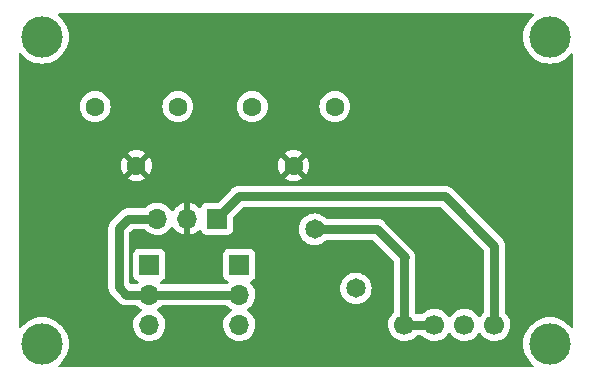
<source format=gbr>
%TF.GenerationSoftware,KiCad,Pcbnew,(6.0.8-1)-1*%
%TF.CreationDate,2024-02-23T21:50:08-06:00*%
%TF.ProjectId,Addressable LED Interface,41646472-6573-4736-9162-6c65204c4544,rev?*%
%TF.SameCoordinates,Original*%
%TF.FileFunction,Copper,L1,Top*%
%TF.FilePolarity,Positive*%
%FSLAX46Y46*%
G04 Gerber Fmt 4.6, Leading zero omitted, Abs format (unit mm)*
G04 Created by KiCad (PCBNEW (6.0.8-1)-1) date 2024-02-23 21:50:08*
%MOMM*%
%LPD*%
G01*
G04 APERTURE LIST*
%TA.AperFunction,ComponentPad*%
%ADD10R,1.700000X1.700000*%
%TD*%
%TA.AperFunction,ComponentPad*%
%ADD11O,1.700000X1.700000*%
%TD*%
%TA.AperFunction,ComponentPad*%
%ADD12C,1.600000*%
%TD*%
%TA.AperFunction,ComponentPad*%
%ADD13C,3.500000*%
%TD*%
%TA.AperFunction,ComponentPad*%
%ADD14C,1.700000*%
%TD*%
%TA.AperFunction,ComponentPad*%
%ADD15C,1.650000*%
%TD*%
%TA.AperFunction,Conductor*%
%ADD16C,0.250000*%
%TD*%
%TA.AperFunction,Conductor*%
%ADD17C,0.750000*%
%TD*%
G04 APERTURE END LIST*
D10*
%TO.P,J2,1,Pin_1*%
%TO.N,/CH2*%
X139700000Y-114300000D03*
D11*
%TO.P,J2,2,Pin_2*%
%TO.N,+6V*%
X139700000Y-116840000D03*
%TO.P,J2,3,Pin_3*%
%TO.N,GND*%
X139700000Y-119380000D03*
%TD*%
D12*
%TO.P,J5,1,1*%
%TO.N,/CH1*%
X134496000Y-100900000D03*
%TO.P,J5,2,2*%
%TO.N,VDD*%
X130996000Y-105900000D03*
%TO.P,J5,3,3*%
%TO.N,GND*%
X127496000Y-100900000D03*
%TD*%
D13*
%TO.P,H1,1,1*%
%TO.N,unconnected-(H1-Pad1)*%
X123000000Y-95000000D03*
%TD*%
D12*
%TO.P,J6,1,1*%
%TO.N,/CH2*%
X147796000Y-100900000D03*
%TO.P,J6,2,2*%
%TO.N,VDD*%
X144296000Y-105900000D03*
%TO.P,J6,3,3*%
%TO.N,GND*%
X140796000Y-100900000D03*
%TD*%
D13*
%TO.P,H3,1,1*%
%TO.N,unconnected-(H3-Pad1)*%
X166000000Y-121000000D03*
%TD*%
%TO.P,H4,1,1*%
%TO.N,unconnected-(H4-Pad1)*%
X166000000Y-95000000D03*
%TD*%
%TO.P,H2,1,1*%
%TO.N,unconnected-(H2-Pad1)*%
X123000000Y-121000000D03*
%TD*%
D14*
%TO.P,U1,1,EN*%
%TO.N,+BATT*%
X153670000Y-119380000D03*
%TO.P,U1,2,VIN*%
X156210000Y-119380000D03*
%TO.P,U1,3,GND*%
%TO.N,GND*%
X158750000Y-119380000D03*
%TO.P,U1,4,VOUT*%
%TO.N,+5V*%
X161290000Y-119380000D03*
%TD*%
D10*
%TO.P,J1,1,Pin_1*%
%TO.N,/CH1*%
X132080000Y-114300000D03*
D11*
%TO.P,J1,2,Pin_2*%
%TO.N,+6V*%
X132080000Y-116840000D03*
%TO.P,J1,3,Pin_3*%
%TO.N,GND*%
X132080000Y-119380000D03*
%TD*%
D15*
%TO.P,J3,1,1*%
%TO.N,+BATT*%
X146068000Y-111290000D03*
%TO.P,J3,2,2*%
%TO.N,GND*%
X149568000Y-116290000D03*
%TD*%
D10*
%TO.P,J4,1,Pin_1*%
%TO.N,+5V*%
X137825000Y-110400000D03*
D11*
%TO.P,J4,2,Pin_2*%
%TO.N,VDD*%
X135285000Y-110400000D03*
%TO.P,J4,3,Pin_3*%
%TO.N,+6V*%
X132745000Y-110400000D03*
%TD*%
D16*
%TO.N,+BATT*%
X153700000Y-113600000D02*
X153670000Y-113630000D01*
D17*
X151390000Y-111290000D02*
X153700000Y-113600000D01*
X153670000Y-119380000D02*
X156210000Y-119380000D01*
X146068000Y-111290000D02*
X151390000Y-111290000D01*
X153670000Y-113630000D02*
X153670000Y-119380000D01*
%TO.N,+5V*%
X161290000Y-112710000D02*
X161290000Y-119380000D01*
X157100000Y-108500000D02*
X161300000Y-112700000D01*
X137825000Y-110375000D02*
X139700000Y-108500000D01*
X137825000Y-110400000D02*
X137825000Y-110375000D01*
X139700000Y-108500000D02*
X157100000Y-108500000D01*
X161300000Y-112700000D02*
X161290000Y-112710000D01*
%TO.N,+6V*%
X139700000Y-116840000D02*
X132080000Y-116840000D01*
X132080000Y-116840000D02*
X130140000Y-116840000D01*
X130300000Y-110400000D02*
X132745000Y-110400000D01*
X130140000Y-116840000D02*
X129500000Y-116200000D01*
X129500000Y-111200000D02*
X130300000Y-110400000D01*
X129500000Y-116200000D02*
X129500000Y-111200000D01*
%TD*%
%TA.AperFunction,Conductor*%
%TO.N,VDD*%
G36*
X164578852Y-93028502D02*
G01*
X164625345Y-93082158D01*
X164635449Y-93152432D01*
X164605955Y-93217012D01*
X164593809Y-93229232D01*
X164399573Y-93399573D01*
X164396864Y-93402662D01*
X164207085Y-93619062D01*
X164207081Y-93619068D01*
X164204367Y-93622162D01*
X164202078Y-93625588D01*
X164202074Y-93625593D01*
X164079256Y-93809405D01*
X164039885Y-93868327D01*
X163908941Y-94133855D01*
X163813776Y-94414203D01*
X163756017Y-94704574D01*
X163736654Y-95000000D01*
X163756017Y-95295426D01*
X163813776Y-95585797D01*
X163908941Y-95866145D01*
X164039885Y-96131673D01*
X164042179Y-96135106D01*
X164195489Y-96364551D01*
X164204367Y-96377838D01*
X164207081Y-96380932D01*
X164207085Y-96380938D01*
X164396864Y-96597338D01*
X164399573Y-96600427D01*
X164402662Y-96603136D01*
X164619062Y-96792915D01*
X164619068Y-96792919D01*
X164622162Y-96795633D01*
X164625588Y-96797922D01*
X164625593Y-96797926D01*
X164809405Y-96920744D01*
X164868327Y-96960115D01*
X164872026Y-96961939D01*
X164872031Y-96961942D01*
X165008313Y-97029148D01*
X165133855Y-97091059D01*
X165137760Y-97092384D01*
X165137761Y-97092385D01*
X165410290Y-97184896D01*
X165410294Y-97184897D01*
X165414203Y-97186224D01*
X165418247Y-97187028D01*
X165418253Y-97187030D01*
X165700535Y-97243180D01*
X165700541Y-97243181D01*
X165704574Y-97243983D01*
X165708679Y-97244252D01*
X165708686Y-97244253D01*
X165995881Y-97263076D01*
X166000000Y-97263346D01*
X166004119Y-97263076D01*
X166291314Y-97244253D01*
X166291321Y-97244252D01*
X166295426Y-97243983D01*
X166299459Y-97243181D01*
X166299465Y-97243180D01*
X166581747Y-97187030D01*
X166581753Y-97187028D01*
X166585797Y-97186224D01*
X166589706Y-97184897D01*
X166589710Y-97184896D01*
X166862239Y-97092385D01*
X166862240Y-97092384D01*
X166866145Y-97091059D01*
X166991687Y-97029148D01*
X167127969Y-96961942D01*
X167127974Y-96961939D01*
X167131673Y-96960115D01*
X167190595Y-96920744D01*
X167374407Y-96797926D01*
X167374412Y-96797922D01*
X167377838Y-96795633D01*
X167380932Y-96792919D01*
X167380938Y-96792915D01*
X167597338Y-96603136D01*
X167600427Y-96600427D01*
X167770768Y-96406191D01*
X167830722Y-96368164D01*
X167901717Y-96368586D01*
X167961214Y-96407325D01*
X167990322Y-96472080D01*
X167991500Y-96489269D01*
X167991500Y-119510731D01*
X167971498Y-119578852D01*
X167917842Y-119625345D01*
X167847568Y-119635449D01*
X167782988Y-119605955D01*
X167770768Y-119593809D01*
X167603136Y-119402662D01*
X167600427Y-119399573D01*
X167546011Y-119351851D01*
X167380938Y-119207085D01*
X167380932Y-119207081D01*
X167377838Y-119204367D01*
X167374412Y-119202078D01*
X167374407Y-119202074D01*
X167135106Y-119042179D01*
X167131673Y-119039885D01*
X167127974Y-119038061D01*
X167127969Y-119038058D01*
X166920922Y-118935954D01*
X166866145Y-118908941D01*
X166862239Y-118907615D01*
X166589710Y-118815104D01*
X166589706Y-118815103D01*
X166585797Y-118813776D01*
X166581753Y-118812972D01*
X166581747Y-118812970D01*
X166299465Y-118756820D01*
X166299459Y-118756819D01*
X166295426Y-118756017D01*
X166291321Y-118755748D01*
X166291314Y-118755747D01*
X166004119Y-118736924D01*
X166000000Y-118736654D01*
X165995881Y-118736924D01*
X165708686Y-118755747D01*
X165708679Y-118755748D01*
X165704574Y-118756017D01*
X165700541Y-118756819D01*
X165700535Y-118756820D01*
X165418253Y-118812970D01*
X165418247Y-118812972D01*
X165414203Y-118813776D01*
X165410294Y-118815103D01*
X165410290Y-118815104D01*
X165137761Y-118907615D01*
X165133855Y-118908941D01*
X165079078Y-118935954D01*
X164872031Y-119038058D01*
X164872026Y-119038061D01*
X164868327Y-119039885D01*
X164864894Y-119042179D01*
X164625593Y-119202074D01*
X164625588Y-119202078D01*
X164622162Y-119204367D01*
X164619068Y-119207081D01*
X164619062Y-119207085D01*
X164453989Y-119351851D01*
X164399573Y-119399573D01*
X164396864Y-119402662D01*
X164207085Y-119619062D01*
X164207081Y-119619068D01*
X164204367Y-119622162D01*
X164202078Y-119625588D01*
X164202074Y-119625593D01*
X164093799Y-119787639D01*
X164039885Y-119868327D01*
X163908941Y-120133855D01*
X163907616Y-120137760D01*
X163907615Y-120137761D01*
X163835559Y-120350033D01*
X163813776Y-120414203D01*
X163812972Y-120418247D01*
X163812970Y-120418253D01*
X163758904Y-120690062D01*
X163756017Y-120704574D01*
X163755748Y-120708679D01*
X163755747Y-120708686D01*
X163753580Y-120741753D01*
X163736654Y-121000000D01*
X163756017Y-121295426D01*
X163813776Y-121585797D01*
X163908941Y-121866145D01*
X164039885Y-122131673D01*
X164042179Y-122135106D01*
X164195489Y-122364551D01*
X164204367Y-122377838D01*
X164207081Y-122380932D01*
X164207085Y-122380938D01*
X164396864Y-122597338D01*
X164399573Y-122600427D01*
X164402662Y-122603136D01*
X164593809Y-122770768D01*
X164631836Y-122830722D01*
X164631414Y-122901717D01*
X164592675Y-122961214D01*
X164527920Y-122990322D01*
X164510731Y-122991500D01*
X124489269Y-122991500D01*
X124421148Y-122971498D01*
X124374655Y-122917842D01*
X124364551Y-122847568D01*
X124394045Y-122782988D01*
X124406191Y-122770768D01*
X124597338Y-122603136D01*
X124600427Y-122600427D01*
X124603136Y-122597338D01*
X124792915Y-122380938D01*
X124792919Y-122380932D01*
X124795633Y-122377838D01*
X124804512Y-122364551D01*
X124957821Y-122135106D01*
X124960115Y-122131673D01*
X125091059Y-121866145D01*
X125186224Y-121585797D01*
X125243983Y-121295426D01*
X125263346Y-121000000D01*
X125246420Y-120741753D01*
X125244253Y-120708686D01*
X125244252Y-120708679D01*
X125243983Y-120704574D01*
X125241097Y-120690062D01*
X125187030Y-120418253D01*
X125187028Y-120418247D01*
X125186224Y-120414203D01*
X125164442Y-120350033D01*
X125092385Y-120137761D01*
X125092384Y-120137760D01*
X125091059Y-120133855D01*
X124960115Y-119868327D01*
X124906201Y-119787639D01*
X124797926Y-119625593D01*
X124797922Y-119625588D01*
X124795633Y-119622162D01*
X124792919Y-119619068D01*
X124792915Y-119619062D01*
X124603136Y-119402662D01*
X124600427Y-119399573D01*
X124546011Y-119351851D01*
X124380938Y-119207085D01*
X124380932Y-119207081D01*
X124377838Y-119204367D01*
X124374412Y-119202078D01*
X124374407Y-119202074D01*
X124135106Y-119042179D01*
X124131673Y-119039885D01*
X124127974Y-119038061D01*
X124127969Y-119038058D01*
X123920922Y-118935954D01*
X123866145Y-118908941D01*
X123862239Y-118907615D01*
X123589710Y-118815104D01*
X123589706Y-118815103D01*
X123585797Y-118813776D01*
X123581753Y-118812972D01*
X123581747Y-118812970D01*
X123299465Y-118756820D01*
X123299459Y-118756819D01*
X123295426Y-118756017D01*
X123291321Y-118755748D01*
X123291314Y-118755747D01*
X123004119Y-118736924D01*
X123000000Y-118736654D01*
X122995881Y-118736924D01*
X122708686Y-118755747D01*
X122708679Y-118755748D01*
X122704574Y-118756017D01*
X122700541Y-118756819D01*
X122700535Y-118756820D01*
X122418253Y-118812970D01*
X122418247Y-118812972D01*
X122414203Y-118813776D01*
X122410294Y-118815103D01*
X122410290Y-118815104D01*
X122137761Y-118907615D01*
X122133855Y-118908941D01*
X122079078Y-118935954D01*
X121872031Y-119038058D01*
X121872026Y-119038061D01*
X121868327Y-119039885D01*
X121864894Y-119042179D01*
X121625593Y-119202074D01*
X121625588Y-119202078D01*
X121622162Y-119204367D01*
X121619068Y-119207081D01*
X121619062Y-119207085D01*
X121453989Y-119351851D01*
X121399573Y-119399573D01*
X121396864Y-119402662D01*
X121229232Y-119593809D01*
X121169278Y-119631836D01*
X121098283Y-119631414D01*
X121038786Y-119592675D01*
X121009678Y-119527920D01*
X121008500Y-119510731D01*
X121008500Y-116153507D01*
X128612850Y-116153507D01*
X128613195Y-116160094D01*
X128613195Y-116160098D01*
X128616327Y-116219850D01*
X128616500Y-116226445D01*
X128616500Y-116246306D01*
X128616844Y-116249577D01*
X128618576Y-116266059D01*
X128619093Y-116272628D01*
X128622570Y-116338971D01*
X128626042Y-116351929D01*
X128629645Y-116371372D01*
X128631046Y-116384702D01*
X128651578Y-116447894D01*
X128653444Y-116454196D01*
X128670638Y-116518363D01*
X128673634Y-116524242D01*
X128673637Y-116524251D01*
X128676728Y-116530317D01*
X128684292Y-116548579D01*
X128686392Y-116555043D01*
X128686395Y-116555051D01*
X128688436Y-116561331D01*
X128691738Y-116567050D01*
X128691740Y-116567055D01*
X128721654Y-116618867D01*
X128724787Y-116624637D01*
X128754953Y-116683839D01*
X128759109Y-116688971D01*
X128763391Y-116694259D01*
X128774589Y-116710552D01*
X128781296Y-116722169D01*
X128785713Y-116727075D01*
X128785717Y-116727080D01*
X128825747Y-116771538D01*
X128830031Y-116776554D01*
X128840441Y-116789409D01*
X128842528Y-116791986D01*
X128856573Y-116806031D01*
X128861114Y-116810816D01*
X128905566Y-116860185D01*
X128910911Y-116864068D01*
X128910913Y-116864070D01*
X128916418Y-116868069D01*
X128931455Y-116880912D01*
X129459085Y-117408542D01*
X129471926Y-117423577D01*
X129475927Y-117429084D01*
X129475932Y-117429090D01*
X129479815Y-117434434D01*
X129484725Y-117438855D01*
X129484726Y-117438856D01*
X129529194Y-117478895D01*
X129533979Y-117483436D01*
X129548015Y-117497472D01*
X129550579Y-117499548D01*
X129563447Y-117509969D01*
X129568462Y-117514253D01*
X129612920Y-117554283D01*
X129612925Y-117554287D01*
X129617831Y-117558704D01*
X129623547Y-117562004D01*
X129623548Y-117562005D01*
X129629449Y-117565412D01*
X129645737Y-117576607D01*
X129656161Y-117585048D01*
X129715366Y-117615214D01*
X129721119Y-117618337D01*
X129778669Y-117651564D01*
X129784953Y-117653606D01*
X129784958Y-117653608D01*
X129791421Y-117655708D01*
X129809683Y-117663272D01*
X129815749Y-117666363D01*
X129815758Y-117666366D01*
X129821637Y-117669362D01*
X129828015Y-117671071D01*
X129885804Y-117686556D01*
X129892106Y-117688422D01*
X129955298Y-117708954D01*
X129968205Y-117710311D01*
X129968628Y-117710355D01*
X129988071Y-117713958D01*
X130001029Y-117717430D01*
X130007619Y-117717775D01*
X130007623Y-117717776D01*
X130051573Y-117720079D01*
X130067372Y-117720907D01*
X130073931Y-117721423D01*
X130093694Y-117723500D01*
X130113555Y-117723500D01*
X130120150Y-117723673D01*
X130179902Y-117726805D01*
X130179906Y-117726805D01*
X130186493Y-117727150D01*
X130199747Y-117725051D01*
X130219456Y-117723500D01*
X130990357Y-117723500D01*
X131058478Y-117743502D01*
X131085589Y-117766998D01*
X131126250Y-117813938D01*
X131298126Y-117956632D01*
X131368595Y-117997811D01*
X131371445Y-117999476D01*
X131420169Y-118051114D01*
X131433240Y-118120897D01*
X131406509Y-118186669D01*
X131366055Y-118220027D01*
X131353607Y-118226507D01*
X131349474Y-118229610D01*
X131349471Y-118229612D01*
X131179100Y-118357530D01*
X131174965Y-118360635D01*
X131020629Y-118522138D01*
X130894743Y-118706680D01*
X130800688Y-118909305D01*
X130740989Y-119124570D01*
X130717251Y-119346695D01*
X130717548Y-119351848D01*
X130717548Y-119351851D01*
X130723011Y-119446590D01*
X130730110Y-119569715D01*
X130731247Y-119574761D01*
X130731248Y-119574767D01*
X130744110Y-119631836D01*
X130779222Y-119787639D01*
X130863266Y-119994616D01*
X130914019Y-120077438D01*
X130977291Y-120180688D01*
X130979987Y-120185088D01*
X131126250Y-120353938D01*
X131298126Y-120496632D01*
X131491000Y-120609338D01*
X131699692Y-120689030D01*
X131704760Y-120690061D01*
X131704763Y-120690062D01*
X131796304Y-120708686D01*
X131918597Y-120733567D01*
X131923772Y-120733757D01*
X131923774Y-120733757D01*
X132136673Y-120741564D01*
X132136677Y-120741564D01*
X132141837Y-120741753D01*
X132146957Y-120741097D01*
X132146959Y-120741097D01*
X132358288Y-120714025D01*
X132358289Y-120714025D01*
X132363416Y-120713368D01*
X132392728Y-120704574D01*
X132572429Y-120650661D01*
X132572434Y-120650659D01*
X132577384Y-120649174D01*
X132777994Y-120550896D01*
X132959860Y-120421173D01*
X132966855Y-120414203D01*
X133114435Y-120267137D01*
X133118096Y-120263489D01*
X133177594Y-120180689D01*
X133245435Y-120086277D01*
X133248453Y-120082077D01*
X133269320Y-120039857D01*
X133345136Y-119886453D01*
X133345137Y-119886451D01*
X133347430Y-119881811D01*
X133412370Y-119668069D01*
X133441529Y-119446590D01*
X133443156Y-119380000D01*
X133424852Y-119157361D01*
X133370431Y-118940702D01*
X133281354Y-118735840D01*
X133160014Y-118548277D01*
X133009670Y-118383051D01*
X133005619Y-118379852D01*
X133005615Y-118379848D01*
X132838414Y-118247800D01*
X132838410Y-118247798D01*
X132834359Y-118244598D01*
X132793053Y-118221796D01*
X132743084Y-118171364D01*
X132728312Y-118101921D01*
X132753428Y-118035516D01*
X132780780Y-118008909D01*
X132824603Y-117977650D01*
X132959860Y-117881173D01*
X133081208Y-117760249D01*
X133143579Y-117726333D01*
X133170147Y-117723500D01*
X138610357Y-117723500D01*
X138678478Y-117743502D01*
X138705589Y-117766998D01*
X138746250Y-117813938D01*
X138918126Y-117956632D01*
X138988595Y-117997811D01*
X138991445Y-117999476D01*
X139040169Y-118051114D01*
X139053240Y-118120897D01*
X139026509Y-118186669D01*
X138986055Y-118220027D01*
X138973607Y-118226507D01*
X138969474Y-118229610D01*
X138969471Y-118229612D01*
X138799100Y-118357530D01*
X138794965Y-118360635D01*
X138640629Y-118522138D01*
X138514743Y-118706680D01*
X138420688Y-118909305D01*
X138360989Y-119124570D01*
X138337251Y-119346695D01*
X138337548Y-119351848D01*
X138337548Y-119351851D01*
X138343011Y-119446590D01*
X138350110Y-119569715D01*
X138351247Y-119574761D01*
X138351248Y-119574767D01*
X138364110Y-119631836D01*
X138399222Y-119787639D01*
X138483266Y-119994616D01*
X138534019Y-120077438D01*
X138597291Y-120180688D01*
X138599987Y-120185088D01*
X138746250Y-120353938D01*
X138918126Y-120496632D01*
X139111000Y-120609338D01*
X139319692Y-120689030D01*
X139324760Y-120690061D01*
X139324763Y-120690062D01*
X139416304Y-120708686D01*
X139538597Y-120733567D01*
X139543772Y-120733757D01*
X139543774Y-120733757D01*
X139756673Y-120741564D01*
X139756677Y-120741564D01*
X139761837Y-120741753D01*
X139766957Y-120741097D01*
X139766959Y-120741097D01*
X139978288Y-120714025D01*
X139978289Y-120714025D01*
X139983416Y-120713368D01*
X140012728Y-120704574D01*
X140192429Y-120650661D01*
X140192434Y-120650659D01*
X140197384Y-120649174D01*
X140397994Y-120550896D01*
X140579860Y-120421173D01*
X140586855Y-120414203D01*
X140734435Y-120267137D01*
X140738096Y-120263489D01*
X140797594Y-120180689D01*
X140865435Y-120086277D01*
X140868453Y-120082077D01*
X140889320Y-120039857D01*
X140965136Y-119886453D01*
X140965137Y-119886451D01*
X140967430Y-119881811D01*
X141032370Y-119668069D01*
X141061529Y-119446590D01*
X141063156Y-119380000D01*
X141044852Y-119157361D01*
X140990431Y-118940702D01*
X140901354Y-118735840D01*
X140780014Y-118548277D01*
X140629670Y-118383051D01*
X140625619Y-118379852D01*
X140625615Y-118379848D01*
X140458414Y-118247800D01*
X140458410Y-118247798D01*
X140454359Y-118244598D01*
X140413053Y-118221796D01*
X140363084Y-118171364D01*
X140348312Y-118101921D01*
X140373428Y-118035516D01*
X140400780Y-118008909D01*
X140444603Y-117977650D01*
X140579860Y-117881173D01*
X140738096Y-117723489D01*
X140748541Y-117708954D01*
X140865435Y-117546277D01*
X140868453Y-117542077D01*
X140882205Y-117514253D01*
X140965136Y-117346453D01*
X140965137Y-117346451D01*
X140967430Y-117341811D01*
X141032370Y-117128069D01*
X141061529Y-116906590D01*
X141061611Y-116903240D01*
X141063074Y-116843365D01*
X141063074Y-116843361D01*
X141063156Y-116840000D01*
X141044852Y-116617361D01*
X140990431Y-116400702D01*
X140942296Y-116290000D01*
X148229406Y-116290000D01*
X148249742Y-116522444D01*
X148251166Y-116527757D01*
X148251166Y-116527759D01*
X148291412Y-116677957D01*
X148310133Y-116747826D01*
X148312455Y-116752806D01*
X148312456Y-116752808D01*
X148406418Y-116954310D01*
X148406421Y-116954315D01*
X148408744Y-116959297D01*
X148542578Y-117150432D01*
X148707568Y-117315422D01*
X148712076Y-117318579D01*
X148712079Y-117318581D01*
X148869894Y-117429084D01*
X148898703Y-117449256D01*
X148903685Y-117451579D01*
X148903690Y-117451582D01*
X149087809Y-117537438D01*
X149110174Y-117547867D01*
X149115482Y-117549289D01*
X149115484Y-117549290D01*
X149330241Y-117606834D01*
X149330243Y-117606834D01*
X149335556Y-117608258D01*
X149568000Y-117628594D01*
X149800444Y-117608258D01*
X149805757Y-117606834D01*
X149805759Y-117606834D01*
X150020516Y-117549290D01*
X150020518Y-117549289D01*
X150025826Y-117547867D01*
X150048191Y-117537438D01*
X150232310Y-117451582D01*
X150232315Y-117451579D01*
X150237297Y-117449256D01*
X150266106Y-117429084D01*
X150423921Y-117318581D01*
X150423924Y-117318579D01*
X150428432Y-117315422D01*
X150593422Y-117150432D01*
X150727256Y-116959297D01*
X150729579Y-116954315D01*
X150729582Y-116954310D01*
X150823544Y-116752808D01*
X150823545Y-116752806D01*
X150825867Y-116747826D01*
X150844589Y-116677957D01*
X150884834Y-116527759D01*
X150884834Y-116527757D01*
X150886258Y-116522444D01*
X150906594Y-116290000D01*
X150886258Y-116057556D01*
X150853821Y-115936498D01*
X150827290Y-115837484D01*
X150827289Y-115837482D01*
X150825867Y-115832174D01*
X150769896Y-115712144D01*
X150729582Y-115625690D01*
X150729579Y-115625685D01*
X150727256Y-115620703D01*
X150715398Y-115603768D01*
X150596581Y-115434079D01*
X150596579Y-115434076D01*
X150593422Y-115429568D01*
X150428432Y-115264578D01*
X150423924Y-115261421D01*
X150423921Y-115261419D01*
X150241806Y-115133901D01*
X150241804Y-115133900D01*
X150237297Y-115130744D01*
X150232315Y-115128421D01*
X150232310Y-115128418D01*
X150030808Y-115034456D01*
X150030806Y-115034455D01*
X150025826Y-115032133D01*
X150020518Y-115030711D01*
X150020516Y-115030710D01*
X149805759Y-114973166D01*
X149805757Y-114973166D01*
X149800444Y-114971742D01*
X149568000Y-114951406D01*
X149335556Y-114971742D01*
X149330243Y-114973166D01*
X149330241Y-114973166D01*
X149115484Y-115030710D01*
X149115482Y-115030711D01*
X149110174Y-115032133D01*
X149105194Y-115034455D01*
X149105192Y-115034456D01*
X148903690Y-115128418D01*
X148903685Y-115128421D01*
X148898703Y-115130744D01*
X148894196Y-115133900D01*
X148894194Y-115133901D01*
X148712079Y-115261419D01*
X148712076Y-115261421D01*
X148707568Y-115264578D01*
X148542578Y-115429568D01*
X148539421Y-115434076D01*
X148539419Y-115434079D01*
X148420602Y-115603768D01*
X148408744Y-115620703D01*
X148406421Y-115625685D01*
X148406418Y-115625690D01*
X148366104Y-115712144D01*
X148310133Y-115832174D01*
X148308711Y-115837482D01*
X148308710Y-115837484D01*
X148282179Y-115936498D01*
X148249742Y-116057556D01*
X148229406Y-116290000D01*
X140942296Y-116290000D01*
X140901354Y-116195840D01*
X140780014Y-116008277D01*
X140729699Y-115952981D01*
X140632798Y-115846488D01*
X140601746Y-115782642D01*
X140610141Y-115712143D01*
X140655317Y-115657375D01*
X140681761Y-115643706D01*
X140788297Y-115603767D01*
X140796705Y-115600615D01*
X140913261Y-115513261D01*
X141000615Y-115396705D01*
X141051745Y-115260316D01*
X141058500Y-115198134D01*
X141058500Y-113401866D01*
X141051745Y-113339684D01*
X141000615Y-113203295D01*
X140913261Y-113086739D01*
X140796705Y-112999385D01*
X140660316Y-112948255D01*
X140598134Y-112941500D01*
X138801866Y-112941500D01*
X138739684Y-112948255D01*
X138603295Y-112999385D01*
X138486739Y-113086739D01*
X138399385Y-113203295D01*
X138348255Y-113339684D01*
X138341500Y-113401866D01*
X138341500Y-115198134D01*
X138348255Y-115260316D01*
X138399385Y-115396705D01*
X138486739Y-115513261D01*
X138603295Y-115600615D01*
X138611704Y-115603767D01*
X138611705Y-115603768D01*
X138720451Y-115644535D01*
X138777216Y-115687176D01*
X138801916Y-115753738D01*
X138786709Y-115823087D01*
X138767316Y-115849568D01*
X138702350Y-115917551D01*
X138640826Y-115952981D01*
X138611256Y-115956500D01*
X133168605Y-115956500D01*
X133100484Y-115936498D01*
X133075412Y-115915300D01*
X133053100Y-115890779D01*
X133012796Y-115846487D01*
X132981745Y-115782643D01*
X132990139Y-115712144D01*
X133035316Y-115657375D01*
X133061760Y-115643706D01*
X133168297Y-115603767D01*
X133176705Y-115600615D01*
X133293261Y-115513261D01*
X133380615Y-115396705D01*
X133431745Y-115260316D01*
X133438500Y-115198134D01*
X133438500Y-113401866D01*
X133431745Y-113339684D01*
X133380615Y-113203295D01*
X133293261Y-113086739D01*
X133176705Y-112999385D01*
X133040316Y-112948255D01*
X132978134Y-112941500D01*
X131181866Y-112941500D01*
X131119684Y-112948255D01*
X130983295Y-112999385D01*
X130866739Y-113086739D01*
X130779385Y-113203295D01*
X130728255Y-113339684D01*
X130721500Y-113401866D01*
X130721500Y-115198134D01*
X130728255Y-115260316D01*
X130779385Y-115396705D01*
X130866739Y-115513261D01*
X130983295Y-115600615D01*
X130991704Y-115603767D01*
X130991705Y-115603768D01*
X131100451Y-115644535D01*
X131157216Y-115687176D01*
X131181916Y-115753738D01*
X131166709Y-115823087D01*
X131147316Y-115849568D01*
X131082350Y-115917551D01*
X131020826Y-115952981D01*
X130991256Y-115956500D01*
X130558148Y-115956500D01*
X130490027Y-115936498D01*
X130469052Y-115919595D01*
X130420404Y-115870946D01*
X130386379Y-115808633D01*
X130383500Y-115781851D01*
X130383500Y-111618149D01*
X130403502Y-111550028D01*
X130420404Y-111529054D01*
X130629052Y-111320405D01*
X130691364Y-111286380D01*
X130718148Y-111283500D01*
X131655357Y-111283500D01*
X131723478Y-111303502D01*
X131750589Y-111326998D01*
X131791250Y-111373938D01*
X131963126Y-111516632D01*
X132156000Y-111629338D01*
X132364692Y-111709030D01*
X132369760Y-111710061D01*
X132369763Y-111710062D01*
X132464862Y-111729410D01*
X132583597Y-111753567D01*
X132588772Y-111753757D01*
X132588774Y-111753757D01*
X132801673Y-111761564D01*
X132801677Y-111761564D01*
X132806837Y-111761753D01*
X132811957Y-111761097D01*
X132811959Y-111761097D01*
X133023288Y-111734025D01*
X133023289Y-111734025D01*
X133028416Y-111733368D01*
X133033366Y-111731883D01*
X133237429Y-111670661D01*
X133237434Y-111670659D01*
X133242384Y-111669174D01*
X133442994Y-111570896D01*
X133624860Y-111441173D01*
X133783096Y-111283489D01*
X133800159Y-111259744D01*
X133913453Y-111102077D01*
X133914640Y-111102930D01*
X133961960Y-111059362D01*
X134031897Y-111047145D01*
X134097338Y-111074678D01*
X134125166Y-111106511D01*
X134182694Y-111200388D01*
X134188777Y-111208699D01*
X134328213Y-111369667D01*
X134335580Y-111376883D01*
X134499434Y-111512916D01*
X134507881Y-111518831D01*
X134691756Y-111626279D01*
X134701042Y-111630729D01*
X134900001Y-111706703D01*
X134909899Y-111709579D01*
X135013250Y-111730606D01*
X135027299Y-111729410D01*
X135031000Y-111719065D01*
X135031000Y-111718517D01*
X135539000Y-111718517D01*
X135543064Y-111732359D01*
X135556478Y-111734393D01*
X135563184Y-111733534D01*
X135573262Y-111731392D01*
X135777255Y-111670191D01*
X135786842Y-111666433D01*
X135978095Y-111572739D01*
X135986945Y-111567464D01*
X136160328Y-111443792D01*
X136168193Y-111437145D01*
X136272897Y-111332805D01*
X136335268Y-111298889D01*
X136406075Y-111304077D01*
X136462837Y-111346723D01*
X136479819Y-111377826D01*
X136524385Y-111496705D01*
X136611739Y-111613261D01*
X136728295Y-111700615D01*
X136864684Y-111751745D01*
X136926866Y-111758500D01*
X138723134Y-111758500D01*
X138785316Y-111751745D01*
X138921705Y-111700615D01*
X139038261Y-111613261D01*
X139125615Y-111496705D01*
X139176745Y-111360316D01*
X139183500Y-111298134D01*
X139183500Y-110318148D01*
X139203502Y-110250027D01*
X139220405Y-110229053D01*
X140029053Y-109420405D01*
X140091365Y-109386379D01*
X140118148Y-109383500D01*
X156681852Y-109383500D01*
X156749973Y-109403502D01*
X156770947Y-109420405D01*
X160369595Y-113019053D01*
X160403621Y-113081365D01*
X160406500Y-113108148D01*
X160406500Y-118287576D01*
X160386498Y-118355697D01*
X160371594Y-118374627D01*
X160230629Y-118522138D01*
X160123201Y-118679621D01*
X160068293Y-118724621D01*
X159997768Y-118732792D01*
X159934021Y-118701538D01*
X159913324Y-118677054D01*
X159832822Y-118552617D01*
X159832820Y-118552614D01*
X159830014Y-118548277D01*
X159679670Y-118383051D01*
X159675619Y-118379852D01*
X159675615Y-118379848D01*
X159508414Y-118247800D01*
X159508410Y-118247798D01*
X159504359Y-118244598D01*
X159308789Y-118136638D01*
X159303920Y-118134914D01*
X159303916Y-118134912D01*
X159103087Y-118063795D01*
X159103083Y-118063794D01*
X159098212Y-118062069D01*
X159093119Y-118061162D01*
X159093116Y-118061161D01*
X158883373Y-118023800D01*
X158883367Y-118023799D01*
X158878284Y-118022894D01*
X158804452Y-118021992D01*
X158660081Y-118020228D01*
X158660079Y-118020228D01*
X158654911Y-118020165D01*
X158434091Y-118053955D01*
X158221756Y-118123357D01*
X158023607Y-118226507D01*
X158019474Y-118229610D01*
X158019471Y-118229612D01*
X157849100Y-118357530D01*
X157844965Y-118360635D01*
X157690629Y-118522138D01*
X157583201Y-118679621D01*
X157528293Y-118724621D01*
X157457768Y-118732792D01*
X157394021Y-118701538D01*
X157373324Y-118677054D01*
X157292822Y-118552617D01*
X157292820Y-118552614D01*
X157290014Y-118548277D01*
X157139670Y-118383051D01*
X157135619Y-118379852D01*
X157135615Y-118379848D01*
X156968414Y-118247800D01*
X156968410Y-118247798D01*
X156964359Y-118244598D01*
X156768789Y-118136638D01*
X156763920Y-118134914D01*
X156763916Y-118134912D01*
X156563087Y-118063795D01*
X156563083Y-118063794D01*
X156558212Y-118062069D01*
X156553119Y-118061162D01*
X156553116Y-118061161D01*
X156343373Y-118023800D01*
X156343367Y-118023799D01*
X156338284Y-118022894D01*
X156264452Y-118021992D01*
X156120081Y-118020228D01*
X156120079Y-118020228D01*
X156114911Y-118020165D01*
X155894091Y-118053955D01*
X155681756Y-118123357D01*
X155483607Y-118226507D01*
X155479474Y-118229610D01*
X155479471Y-118229612D01*
X155309100Y-118357530D01*
X155304965Y-118360635D01*
X155279891Y-118386874D01*
X155212350Y-118457551D01*
X155150826Y-118492981D01*
X155121256Y-118496500D01*
X154758605Y-118496500D01*
X154690484Y-118476498D01*
X154665412Y-118455300D01*
X154603149Y-118386874D01*
X154603145Y-118386870D01*
X154599670Y-118383051D01*
X154595613Y-118379847D01*
X154593569Y-118377941D01*
X154557389Y-118316855D01*
X154553500Y-118285790D01*
X154553500Y-113861000D01*
X154557328Y-113831927D01*
X154558096Y-113829926D01*
X154587149Y-113646493D01*
X154577429Y-113461029D01*
X154562493Y-113405283D01*
X154531070Y-113288010D01*
X154531069Y-113288007D01*
X154529362Y-113281637D01*
X154445047Y-113116161D01*
X154357472Y-113008014D01*
X152070912Y-110721454D01*
X152058075Y-110706426D01*
X152050185Y-110695566D01*
X152000816Y-110651114D01*
X151996031Y-110646573D01*
X151981986Y-110632528D01*
X151976965Y-110628462D01*
X151966554Y-110620031D01*
X151961538Y-110615747D01*
X151917080Y-110575717D01*
X151917075Y-110575713D01*
X151912169Y-110571296D01*
X151900552Y-110564589D01*
X151884259Y-110553391D01*
X151878971Y-110549109D01*
X151873839Y-110544953D01*
X151814637Y-110514787D01*
X151808867Y-110511654D01*
X151757055Y-110481740D01*
X151757050Y-110481738D01*
X151751331Y-110478436D01*
X151745051Y-110476395D01*
X151745043Y-110476392D01*
X151738579Y-110474292D01*
X151720317Y-110466728D01*
X151714251Y-110463637D01*
X151714242Y-110463634D01*
X151708363Y-110460638D01*
X151697672Y-110457773D01*
X151644196Y-110443444D01*
X151637894Y-110441578D01*
X151574702Y-110421046D01*
X151561372Y-110419645D01*
X151541929Y-110416042D01*
X151528971Y-110412570D01*
X151522381Y-110412225D01*
X151522377Y-110412224D01*
X151478427Y-110409921D01*
X151462628Y-110409093D01*
X151456069Y-110408577D01*
X151436306Y-110406500D01*
X151416445Y-110406500D01*
X151409850Y-110406327D01*
X151350098Y-110403195D01*
X151350094Y-110403195D01*
X151343507Y-110402850D01*
X151330253Y-110404949D01*
X151310544Y-110406500D01*
X147122544Y-110406500D01*
X147054423Y-110386498D01*
X147033449Y-110369595D01*
X146928432Y-110264578D01*
X146923924Y-110261421D01*
X146923921Y-110261419D01*
X146741806Y-110133901D01*
X146741804Y-110133900D01*
X146737297Y-110130744D01*
X146732315Y-110128421D01*
X146732310Y-110128418D01*
X146530808Y-110034456D01*
X146530806Y-110034455D01*
X146525826Y-110032133D01*
X146520518Y-110030711D01*
X146520516Y-110030710D01*
X146305759Y-109973166D01*
X146305757Y-109973166D01*
X146300444Y-109971742D01*
X146068000Y-109951406D01*
X145835556Y-109971742D01*
X145830243Y-109973166D01*
X145830241Y-109973166D01*
X145615484Y-110030710D01*
X145615482Y-110030711D01*
X145610174Y-110032133D01*
X145605194Y-110034455D01*
X145605192Y-110034456D01*
X145403690Y-110128418D01*
X145403685Y-110128421D01*
X145398703Y-110130744D01*
X145394196Y-110133900D01*
X145394194Y-110133901D01*
X145212079Y-110261419D01*
X145212076Y-110261421D01*
X145207568Y-110264578D01*
X145042578Y-110429568D01*
X145039421Y-110434076D01*
X145039419Y-110434079D01*
X144955876Y-110553391D01*
X144908744Y-110620703D01*
X144906421Y-110625685D01*
X144906418Y-110625690D01*
X144861488Y-110722043D01*
X144810133Y-110832174D01*
X144808711Y-110837482D01*
X144808710Y-110837484D01*
X144752282Y-111048077D01*
X144749742Y-111057556D01*
X144729406Y-111290000D01*
X144749742Y-111522444D01*
X144751166Y-111527757D01*
X144751166Y-111527759D01*
X144806534Y-111734393D01*
X144810133Y-111747826D01*
X144812455Y-111752806D01*
X144812456Y-111752808D01*
X144906418Y-111954310D01*
X144906421Y-111954315D01*
X144908744Y-111959297D01*
X144911900Y-111963804D01*
X144911901Y-111963806D01*
X145035927Y-112140933D01*
X145042578Y-112150432D01*
X145207568Y-112315422D01*
X145212076Y-112318579D01*
X145212079Y-112318581D01*
X145394194Y-112446099D01*
X145398703Y-112449256D01*
X145403685Y-112451579D01*
X145403690Y-112451582D01*
X145555654Y-112522444D01*
X145610174Y-112547867D01*
X145615482Y-112549289D01*
X145615484Y-112549290D01*
X145830241Y-112606834D01*
X145830243Y-112606834D01*
X145835556Y-112608258D01*
X146068000Y-112628594D01*
X146300444Y-112608258D01*
X146305757Y-112606834D01*
X146305759Y-112606834D01*
X146520516Y-112549290D01*
X146520518Y-112549289D01*
X146525826Y-112547867D01*
X146580346Y-112522444D01*
X146732310Y-112451582D01*
X146732315Y-112451579D01*
X146737297Y-112449256D01*
X146741806Y-112446099D01*
X146923921Y-112318581D01*
X146923924Y-112318579D01*
X146928432Y-112315422D01*
X147033449Y-112210405D01*
X147095761Y-112176379D01*
X147122544Y-112173500D01*
X150971852Y-112173500D01*
X151039973Y-112193502D01*
X151060947Y-112210405D01*
X152749595Y-113899053D01*
X152783621Y-113961365D01*
X152786500Y-113988148D01*
X152786500Y-118287576D01*
X152766498Y-118355697D01*
X152751594Y-118374627D01*
X152610629Y-118522138D01*
X152484743Y-118706680D01*
X152390688Y-118909305D01*
X152330989Y-119124570D01*
X152307251Y-119346695D01*
X152307548Y-119351848D01*
X152307548Y-119351851D01*
X152313011Y-119446590D01*
X152320110Y-119569715D01*
X152321247Y-119574761D01*
X152321248Y-119574767D01*
X152334110Y-119631836D01*
X152369222Y-119787639D01*
X152453266Y-119994616D01*
X152504019Y-120077438D01*
X152567291Y-120180688D01*
X152569987Y-120185088D01*
X152716250Y-120353938D01*
X152888126Y-120496632D01*
X153081000Y-120609338D01*
X153289692Y-120689030D01*
X153294760Y-120690061D01*
X153294763Y-120690062D01*
X153386304Y-120708686D01*
X153508597Y-120733567D01*
X153513772Y-120733757D01*
X153513774Y-120733757D01*
X153726673Y-120741564D01*
X153726677Y-120741564D01*
X153731837Y-120741753D01*
X153736957Y-120741097D01*
X153736959Y-120741097D01*
X153948288Y-120714025D01*
X153948289Y-120714025D01*
X153953416Y-120713368D01*
X153982728Y-120704574D01*
X154162429Y-120650661D01*
X154162434Y-120650659D01*
X154167384Y-120649174D01*
X154367994Y-120550896D01*
X154549860Y-120421173D01*
X154671208Y-120300249D01*
X154733579Y-120266333D01*
X154760147Y-120263500D01*
X155120357Y-120263500D01*
X155188478Y-120283502D01*
X155215589Y-120306998D01*
X155256250Y-120353938D01*
X155428126Y-120496632D01*
X155621000Y-120609338D01*
X155829692Y-120689030D01*
X155834760Y-120690061D01*
X155834763Y-120690062D01*
X155926304Y-120708686D01*
X156048597Y-120733567D01*
X156053772Y-120733757D01*
X156053774Y-120733757D01*
X156266673Y-120741564D01*
X156266677Y-120741564D01*
X156271837Y-120741753D01*
X156276957Y-120741097D01*
X156276959Y-120741097D01*
X156488288Y-120714025D01*
X156488289Y-120714025D01*
X156493416Y-120713368D01*
X156522728Y-120704574D01*
X156702429Y-120650661D01*
X156702434Y-120650659D01*
X156707384Y-120649174D01*
X156907994Y-120550896D01*
X157089860Y-120421173D01*
X157096855Y-120414203D01*
X157244435Y-120267137D01*
X157248096Y-120263489D01*
X157307594Y-120180689D01*
X157378453Y-120082077D01*
X157379776Y-120083028D01*
X157426645Y-120039857D01*
X157496580Y-120027625D01*
X157562026Y-120055144D01*
X157589875Y-120086994D01*
X157649987Y-120185088D01*
X157796250Y-120353938D01*
X157968126Y-120496632D01*
X158161000Y-120609338D01*
X158369692Y-120689030D01*
X158374760Y-120690061D01*
X158374763Y-120690062D01*
X158466304Y-120708686D01*
X158588597Y-120733567D01*
X158593772Y-120733757D01*
X158593774Y-120733757D01*
X158806673Y-120741564D01*
X158806677Y-120741564D01*
X158811837Y-120741753D01*
X158816957Y-120741097D01*
X158816959Y-120741097D01*
X159028288Y-120714025D01*
X159028289Y-120714025D01*
X159033416Y-120713368D01*
X159062728Y-120704574D01*
X159242429Y-120650661D01*
X159242434Y-120650659D01*
X159247384Y-120649174D01*
X159447994Y-120550896D01*
X159629860Y-120421173D01*
X159636855Y-120414203D01*
X159784435Y-120267137D01*
X159788096Y-120263489D01*
X159847594Y-120180689D01*
X159918453Y-120082077D01*
X159919776Y-120083028D01*
X159966645Y-120039857D01*
X160036580Y-120027625D01*
X160102026Y-120055144D01*
X160129875Y-120086994D01*
X160189987Y-120185088D01*
X160336250Y-120353938D01*
X160508126Y-120496632D01*
X160701000Y-120609338D01*
X160909692Y-120689030D01*
X160914760Y-120690061D01*
X160914763Y-120690062D01*
X161006304Y-120708686D01*
X161128597Y-120733567D01*
X161133772Y-120733757D01*
X161133774Y-120733757D01*
X161346673Y-120741564D01*
X161346677Y-120741564D01*
X161351837Y-120741753D01*
X161356957Y-120741097D01*
X161356959Y-120741097D01*
X161568288Y-120714025D01*
X161568289Y-120714025D01*
X161573416Y-120713368D01*
X161602728Y-120704574D01*
X161782429Y-120650661D01*
X161782434Y-120650659D01*
X161787384Y-120649174D01*
X161987994Y-120550896D01*
X162169860Y-120421173D01*
X162176855Y-120414203D01*
X162324435Y-120267137D01*
X162328096Y-120263489D01*
X162387594Y-120180689D01*
X162455435Y-120086277D01*
X162458453Y-120082077D01*
X162479320Y-120039857D01*
X162555136Y-119886453D01*
X162555137Y-119886451D01*
X162557430Y-119881811D01*
X162622370Y-119668069D01*
X162651529Y-119446590D01*
X162653156Y-119380000D01*
X162634852Y-119157361D01*
X162580431Y-118940702D01*
X162491354Y-118735840D01*
X162370014Y-118548277D01*
X162287460Y-118457551D01*
X162223146Y-118386871D01*
X162223145Y-118386870D01*
X162219670Y-118383051D01*
X162215612Y-118379846D01*
X162213572Y-118377944D01*
X162177391Y-118316859D01*
X162173500Y-118285790D01*
X162173500Y-112869290D01*
X162175051Y-112849582D01*
X162175722Y-112845345D01*
X162177430Y-112838971D01*
X162179521Y-112799075D01*
X162180899Y-112785960D01*
X162186118Y-112753009D01*
X162187150Y-112746493D01*
X162186805Y-112739906D01*
X162186805Y-112739901D01*
X162185059Y-112706594D01*
X162185059Y-112693406D01*
X162186805Y-112660100D01*
X162186805Y-112660094D01*
X162187150Y-112653507D01*
X162180899Y-112614036D01*
X162179521Y-112600924D01*
X162177776Y-112567631D01*
X162177430Y-112561029D01*
X162167087Y-112522428D01*
X162164348Y-112509542D01*
X162159130Y-112476594D01*
X162159129Y-112476591D01*
X162158097Y-112470074D01*
X162155732Y-112463913D01*
X162155731Y-112463909D01*
X162143780Y-112432777D01*
X162139704Y-112420234D01*
X162131070Y-112388011D01*
X162131070Y-112388010D01*
X162129362Y-112381637D01*
X162111223Y-112346037D01*
X162105859Y-112333989D01*
X162093908Y-112302856D01*
X162091541Y-112296690D01*
X162069777Y-112263176D01*
X162063184Y-112251756D01*
X162048045Y-112222045D01*
X162045047Y-112216161D01*
X162019904Y-112185111D01*
X162012156Y-112174448D01*
X162011541Y-112173500D01*
X161990391Y-112140933D01*
X157780912Y-107931454D01*
X157768075Y-107916426D01*
X157760185Y-107905566D01*
X157710816Y-107861114D01*
X157706031Y-107856573D01*
X157691986Y-107842528D01*
X157689409Y-107840441D01*
X157676554Y-107830031D01*
X157671538Y-107825747D01*
X157627080Y-107785717D01*
X157627075Y-107785713D01*
X157622169Y-107781296D01*
X157610552Y-107774589D01*
X157594259Y-107763391D01*
X157588971Y-107759109D01*
X157583839Y-107754953D01*
X157524637Y-107724787D01*
X157518867Y-107721654D01*
X157467055Y-107691740D01*
X157467050Y-107691738D01*
X157461331Y-107688436D01*
X157455051Y-107686395D01*
X157455043Y-107686392D01*
X157448579Y-107684292D01*
X157430317Y-107676728D01*
X157424251Y-107673637D01*
X157424242Y-107673634D01*
X157418363Y-107670638D01*
X157407672Y-107667773D01*
X157354196Y-107653444D01*
X157347894Y-107651578D01*
X157284702Y-107631046D01*
X157271372Y-107629645D01*
X157251929Y-107626042D01*
X157238971Y-107622570D01*
X157232381Y-107622225D01*
X157232377Y-107622224D01*
X157188427Y-107619921D01*
X157172628Y-107619093D01*
X157166069Y-107618577D01*
X157146306Y-107616500D01*
X157126445Y-107616500D01*
X157119850Y-107616327D01*
X157060098Y-107613195D01*
X157060094Y-107613195D01*
X157053507Y-107612850D01*
X157040253Y-107614949D01*
X157020544Y-107616500D01*
X139779450Y-107616500D01*
X139759739Y-107614949D01*
X139753009Y-107613883D01*
X139746493Y-107612851D01*
X139739906Y-107613196D01*
X139739901Y-107613196D01*
X139680168Y-107616327D01*
X139673574Y-107616500D01*
X139653694Y-107616500D01*
X139650420Y-107616844D01*
X139650421Y-107616844D01*
X139633920Y-107618578D01*
X139627346Y-107619095D01*
X139567627Y-107622225D01*
X139567626Y-107622225D01*
X139561028Y-107622571D01*
X139554646Y-107624281D01*
X139554639Y-107624282D01*
X139548069Y-107626042D01*
X139528635Y-107629644D01*
X139521870Y-107630355D01*
X139521869Y-107630355D01*
X139515298Y-107631046D01*
X139452122Y-107651573D01*
X139445803Y-107653445D01*
X139388013Y-107668929D01*
X139388008Y-107668931D01*
X139381637Y-107670638D01*
X139375756Y-107673634D01*
X139375752Y-107673636D01*
X139369683Y-107676728D01*
X139351421Y-107684292D01*
X139344949Y-107686395D01*
X139344945Y-107686397D01*
X139338669Y-107688436D01*
X139332953Y-107691736D01*
X139332951Y-107691737D01*
X139281135Y-107721653D01*
X139275351Y-107724794D01*
X139216160Y-107754953D01*
X139211029Y-107759108D01*
X139205737Y-107763393D01*
X139189451Y-107774587D01*
X139177831Y-107781296D01*
X139172923Y-107785715D01*
X139172919Y-107785718D01*
X139128464Y-107825745D01*
X139123458Y-107830021D01*
X139108014Y-107842528D01*
X139093969Y-107856573D01*
X139089184Y-107861114D01*
X139039815Y-107905566D01*
X139031925Y-107916426D01*
X139019088Y-107931454D01*
X137945947Y-109004595D01*
X137883635Y-109038621D01*
X137856852Y-109041500D01*
X136926866Y-109041500D01*
X136864684Y-109048255D01*
X136728295Y-109099385D01*
X136611739Y-109186739D01*
X136524385Y-109303295D01*
X136521233Y-109311704D01*
X136521232Y-109311705D01*
X136479722Y-109422433D01*
X136437081Y-109479198D01*
X136370519Y-109503898D01*
X136301170Y-109488691D01*
X136268546Y-109463004D01*
X136217799Y-109407234D01*
X136210273Y-109400215D01*
X136043139Y-109268222D01*
X136034552Y-109262517D01*
X135848117Y-109159599D01*
X135838705Y-109155369D01*
X135637959Y-109084280D01*
X135627988Y-109081646D01*
X135556837Y-109068972D01*
X135543540Y-109070432D01*
X135539000Y-109084989D01*
X135539000Y-111718517D01*
X135031000Y-111718517D01*
X135031000Y-109083102D01*
X135027082Y-109069758D01*
X135012806Y-109067771D01*
X134974324Y-109073660D01*
X134964288Y-109076051D01*
X134761868Y-109142212D01*
X134752359Y-109146209D01*
X134563463Y-109244542D01*
X134554738Y-109250036D01*
X134384433Y-109377905D01*
X134376726Y-109384748D01*
X134229590Y-109538717D01*
X134223109Y-109546722D01*
X134118498Y-109700074D01*
X134063587Y-109745076D01*
X133993062Y-109753247D01*
X133929315Y-109721993D01*
X133908618Y-109697509D01*
X133827822Y-109572617D01*
X133827820Y-109572614D01*
X133825014Y-109568277D01*
X133674670Y-109403051D01*
X133670619Y-109399852D01*
X133670615Y-109399848D01*
X133503414Y-109267800D01*
X133503410Y-109267798D01*
X133499359Y-109264598D01*
X133463028Y-109244542D01*
X133447136Y-109235769D01*
X133303789Y-109156638D01*
X133298920Y-109154914D01*
X133298916Y-109154912D01*
X133098087Y-109083795D01*
X133098083Y-109083794D01*
X133093212Y-109082069D01*
X133088119Y-109081162D01*
X133088116Y-109081161D01*
X132878373Y-109043800D01*
X132878367Y-109043799D01*
X132873284Y-109042894D01*
X132799452Y-109041992D01*
X132655081Y-109040228D01*
X132655079Y-109040228D01*
X132649911Y-109040165D01*
X132429091Y-109073955D01*
X132216756Y-109143357D01*
X132018607Y-109246507D01*
X132014474Y-109249610D01*
X132014471Y-109249612D01*
X131990247Y-109267800D01*
X131839965Y-109380635D01*
X131783537Y-109439684D01*
X131747350Y-109477551D01*
X131685826Y-109512981D01*
X131656256Y-109516500D01*
X130379457Y-109516500D01*
X130359745Y-109514949D01*
X130353008Y-109513882D01*
X130353009Y-109513882D01*
X130346493Y-109512850D01*
X130339906Y-109513195D01*
X130339902Y-109513195D01*
X130280150Y-109516327D01*
X130273555Y-109516500D01*
X130253694Y-109516500D01*
X130233931Y-109518577D01*
X130227372Y-109519093D01*
X130211573Y-109519921D01*
X130167623Y-109522224D01*
X130167619Y-109522225D01*
X130161029Y-109522570D01*
X130148071Y-109526042D01*
X130128628Y-109529645D01*
X130115298Y-109531046D01*
X130052106Y-109551578D01*
X130045804Y-109553444D01*
X130004704Y-109564457D01*
X129981637Y-109570638D01*
X129975758Y-109573634D01*
X129975749Y-109573637D01*
X129969683Y-109576728D01*
X129951421Y-109584292D01*
X129944957Y-109586392D01*
X129944949Y-109586395D01*
X129938669Y-109588436D01*
X129932950Y-109591738D01*
X129932945Y-109591740D01*
X129881133Y-109621654D01*
X129875363Y-109624787D01*
X129816161Y-109654953D01*
X129806309Y-109662931D01*
X129805742Y-109663390D01*
X129789446Y-109674590D01*
X129783546Y-109677996D01*
X129783543Y-109677998D01*
X129777831Y-109681296D01*
X129772926Y-109685712D01*
X129772921Y-109685716D01*
X129728453Y-109725754D01*
X129723443Y-109730034D01*
X129708015Y-109742528D01*
X129693979Y-109756564D01*
X129689194Y-109761105D01*
X129639815Y-109805566D01*
X129635934Y-109810908D01*
X129631925Y-109816425D01*
X129619086Y-109831456D01*
X128931454Y-110519088D01*
X128916426Y-110531925D01*
X128905566Y-110539815D01*
X128901145Y-110544725D01*
X128901144Y-110544726D01*
X128861114Y-110589184D01*
X128856573Y-110593969D01*
X128842528Y-110608014D01*
X128840444Y-110610588D01*
X128840441Y-110610591D01*
X128830031Y-110623446D01*
X128825747Y-110628462D01*
X128785717Y-110672920D01*
X128785713Y-110672925D01*
X128781296Y-110677831D01*
X128775385Y-110688069D01*
X128774589Y-110689448D01*
X128763391Y-110705741D01*
X128754953Y-110716161D01*
X128724787Y-110775363D01*
X128721654Y-110781133D01*
X128691740Y-110832945D01*
X128691738Y-110832950D01*
X128688436Y-110838669D01*
X128686395Y-110844949D01*
X128686392Y-110844957D01*
X128684292Y-110851421D01*
X128676728Y-110869683D01*
X128673637Y-110875749D01*
X128673634Y-110875758D01*
X128670638Y-110881637D01*
X128668929Y-110888015D01*
X128653444Y-110945804D01*
X128651578Y-110952106D01*
X128631046Y-111015298D01*
X128630356Y-111021866D01*
X128629645Y-111028628D01*
X128626042Y-111048071D01*
X128622570Y-111061029D01*
X128622225Y-111067619D01*
X128622224Y-111067623D01*
X128619093Y-111127367D01*
X128618577Y-111133931D01*
X128616500Y-111153694D01*
X128616500Y-111173555D01*
X128616327Y-111180150D01*
X128612850Y-111246493D01*
X128613882Y-111253007D01*
X128614949Y-111259744D01*
X128616500Y-111279456D01*
X128616500Y-116120543D01*
X128614949Y-116140255D01*
X128612850Y-116153507D01*
X121008500Y-116153507D01*
X121008500Y-106986062D01*
X130274493Y-106986062D01*
X130283789Y-106998077D01*
X130334994Y-107033931D01*
X130344489Y-107039414D01*
X130541947Y-107131490D01*
X130552239Y-107135236D01*
X130762688Y-107191625D01*
X130773481Y-107193528D01*
X130990525Y-107212517D01*
X131001475Y-107212517D01*
X131218519Y-107193528D01*
X131229312Y-107191625D01*
X131439761Y-107135236D01*
X131450053Y-107131490D01*
X131647511Y-107039414D01*
X131657006Y-107033931D01*
X131709048Y-106997491D01*
X131717424Y-106987012D01*
X131716925Y-106986062D01*
X143574493Y-106986062D01*
X143583789Y-106998077D01*
X143634994Y-107033931D01*
X143644489Y-107039414D01*
X143841947Y-107131490D01*
X143852239Y-107135236D01*
X144062688Y-107191625D01*
X144073481Y-107193528D01*
X144290525Y-107212517D01*
X144301475Y-107212517D01*
X144518519Y-107193528D01*
X144529312Y-107191625D01*
X144739761Y-107135236D01*
X144750053Y-107131490D01*
X144947511Y-107039414D01*
X144957006Y-107033931D01*
X145009048Y-106997491D01*
X145017424Y-106987012D01*
X145010356Y-106973566D01*
X144308812Y-106272022D01*
X144294868Y-106264408D01*
X144293035Y-106264539D01*
X144286420Y-106268790D01*
X143580923Y-106974287D01*
X143574493Y-106986062D01*
X131716925Y-106986062D01*
X131710356Y-106973566D01*
X131008812Y-106272022D01*
X130994868Y-106264408D01*
X130993035Y-106264539D01*
X130986420Y-106268790D01*
X130280923Y-106974287D01*
X130274493Y-106986062D01*
X121008500Y-106986062D01*
X121008500Y-105905475D01*
X129683483Y-105905475D01*
X129702472Y-106122519D01*
X129704375Y-106133312D01*
X129760764Y-106343761D01*
X129764510Y-106354053D01*
X129856586Y-106551511D01*
X129862069Y-106561006D01*
X129898509Y-106613048D01*
X129908988Y-106621424D01*
X129922434Y-106614356D01*
X130623978Y-105912812D01*
X130630356Y-105901132D01*
X131360408Y-105901132D01*
X131360539Y-105902965D01*
X131364790Y-105909580D01*
X132070287Y-106615077D01*
X132082062Y-106621507D01*
X132094077Y-106612211D01*
X132129931Y-106561006D01*
X132135414Y-106551511D01*
X132227490Y-106354053D01*
X132231236Y-106343761D01*
X132287625Y-106133312D01*
X132289528Y-106122519D01*
X132308517Y-105905475D01*
X142983483Y-105905475D01*
X143002472Y-106122519D01*
X143004375Y-106133312D01*
X143060764Y-106343761D01*
X143064510Y-106354053D01*
X143156586Y-106551511D01*
X143162069Y-106561006D01*
X143198509Y-106613048D01*
X143208988Y-106621424D01*
X143222434Y-106614356D01*
X143923978Y-105912812D01*
X143930356Y-105901132D01*
X144660408Y-105901132D01*
X144660539Y-105902965D01*
X144664790Y-105909580D01*
X145370287Y-106615077D01*
X145382062Y-106621507D01*
X145394077Y-106612211D01*
X145429931Y-106561006D01*
X145435414Y-106551511D01*
X145527490Y-106354053D01*
X145531236Y-106343761D01*
X145587625Y-106133312D01*
X145589528Y-106122519D01*
X145608517Y-105905475D01*
X145608517Y-105894525D01*
X145589528Y-105677481D01*
X145587625Y-105666688D01*
X145531236Y-105456239D01*
X145527490Y-105445947D01*
X145435414Y-105248489D01*
X145429931Y-105238994D01*
X145393491Y-105186952D01*
X145383012Y-105178576D01*
X145369566Y-105185644D01*
X144668022Y-105887188D01*
X144660408Y-105901132D01*
X143930356Y-105901132D01*
X143931592Y-105898868D01*
X143931461Y-105897035D01*
X143927210Y-105890420D01*
X143221713Y-105184923D01*
X143209938Y-105178493D01*
X143197923Y-105187789D01*
X143162069Y-105238994D01*
X143156586Y-105248489D01*
X143064510Y-105445947D01*
X143060764Y-105456239D01*
X143004375Y-105666688D01*
X143002472Y-105677481D01*
X142983483Y-105894525D01*
X142983483Y-105905475D01*
X132308517Y-105905475D01*
X132308517Y-105894525D01*
X132289528Y-105677481D01*
X132287625Y-105666688D01*
X132231236Y-105456239D01*
X132227490Y-105445947D01*
X132135414Y-105248489D01*
X132129931Y-105238994D01*
X132093491Y-105186952D01*
X132083012Y-105178576D01*
X132069566Y-105185644D01*
X131368022Y-105887188D01*
X131360408Y-105901132D01*
X130630356Y-105901132D01*
X130631592Y-105898868D01*
X130631461Y-105897035D01*
X130627210Y-105890420D01*
X129921713Y-105184923D01*
X129909938Y-105178493D01*
X129897923Y-105187789D01*
X129862069Y-105238994D01*
X129856586Y-105248489D01*
X129764510Y-105445947D01*
X129760764Y-105456239D01*
X129704375Y-105666688D01*
X129702472Y-105677481D01*
X129683483Y-105894525D01*
X129683483Y-105905475D01*
X121008500Y-105905475D01*
X121008500Y-104812988D01*
X130274576Y-104812988D01*
X130281644Y-104826434D01*
X130983188Y-105527978D01*
X130997132Y-105535592D01*
X130998965Y-105535461D01*
X131005580Y-105531210D01*
X131711077Y-104825713D01*
X131717507Y-104813938D01*
X131716772Y-104812988D01*
X143574576Y-104812988D01*
X143581644Y-104826434D01*
X144283188Y-105527978D01*
X144297132Y-105535592D01*
X144298965Y-105535461D01*
X144305580Y-105531210D01*
X145011077Y-104825713D01*
X145017507Y-104813938D01*
X145008211Y-104801923D01*
X144957006Y-104766069D01*
X144947511Y-104760586D01*
X144750053Y-104668510D01*
X144739761Y-104664764D01*
X144529312Y-104608375D01*
X144518519Y-104606472D01*
X144301475Y-104587483D01*
X144290525Y-104587483D01*
X144073481Y-104606472D01*
X144062688Y-104608375D01*
X143852239Y-104664764D01*
X143841947Y-104668510D01*
X143644489Y-104760586D01*
X143634994Y-104766069D01*
X143582952Y-104802509D01*
X143574576Y-104812988D01*
X131716772Y-104812988D01*
X131708211Y-104801923D01*
X131657006Y-104766069D01*
X131647511Y-104760586D01*
X131450053Y-104668510D01*
X131439761Y-104664764D01*
X131229312Y-104608375D01*
X131218519Y-104606472D01*
X131001475Y-104587483D01*
X130990525Y-104587483D01*
X130773481Y-104606472D01*
X130762688Y-104608375D01*
X130552239Y-104664764D01*
X130541947Y-104668510D01*
X130344489Y-104760586D01*
X130334994Y-104766069D01*
X130282952Y-104802509D01*
X130274576Y-104812988D01*
X121008500Y-104812988D01*
X121008500Y-100900000D01*
X126182502Y-100900000D01*
X126202457Y-101128087D01*
X126261716Y-101349243D01*
X126264039Y-101354224D01*
X126264039Y-101354225D01*
X126356151Y-101551762D01*
X126356154Y-101551767D01*
X126358477Y-101556749D01*
X126489802Y-101744300D01*
X126651700Y-101906198D01*
X126656208Y-101909355D01*
X126656211Y-101909357D01*
X126734389Y-101964098D01*
X126839251Y-102037523D01*
X126844233Y-102039846D01*
X126844238Y-102039849D01*
X127041775Y-102131961D01*
X127046757Y-102134284D01*
X127052065Y-102135706D01*
X127052067Y-102135707D01*
X127262598Y-102192119D01*
X127262600Y-102192119D01*
X127267913Y-102193543D01*
X127496000Y-102213498D01*
X127724087Y-102193543D01*
X127729400Y-102192119D01*
X127729402Y-102192119D01*
X127939933Y-102135707D01*
X127939935Y-102135706D01*
X127945243Y-102134284D01*
X127950225Y-102131961D01*
X128147762Y-102039849D01*
X128147767Y-102039846D01*
X128152749Y-102037523D01*
X128257611Y-101964098D01*
X128335789Y-101909357D01*
X128335792Y-101909355D01*
X128340300Y-101906198D01*
X128502198Y-101744300D01*
X128633523Y-101556749D01*
X128635846Y-101551767D01*
X128635849Y-101551762D01*
X128727961Y-101354225D01*
X128727961Y-101354224D01*
X128730284Y-101349243D01*
X128789543Y-101128087D01*
X128809498Y-100900000D01*
X133182502Y-100900000D01*
X133202457Y-101128087D01*
X133261716Y-101349243D01*
X133264039Y-101354224D01*
X133264039Y-101354225D01*
X133356151Y-101551762D01*
X133356154Y-101551767D01*
X133358477Y-101556749D01*
X133489802Y-101744300D01*
X133651700Y-101906198D01*
X133656208Y-101909355D01*
X133656211Y-101909357D01*
X133734389Y-101964098D01*
X133839251Y-102037523D01*
X133844233Y-102039846D01*
X133844238Y-102039849D01*
X134041775Y-102131961D01*
X134046757Y-102134284D01*
X134052065Y-102135706D01*
X134052067Y-102135707D01*
X134262598Y-102192119D01*
X134262600Y-102192119D01*
X134267913Y-102193543D01*
X134496000Y-102213498D01*
X134724087Y-102193543D01*
X134729400Y-102192119D01*
X134729402Y-102192119D01*
X134939933Y-102135707D01*
X134939935Y-102135706D01*
X134945243Y-102134284D01*
X134950225Y-102131961D01*
X135147762Y-102039849D01*
X135147767Y-102039846D01*
X135152749Y-102037523D01*
X135257611Y-101964098D01*
X135335789Y-101909357D01*
X135335792Y-101909355D01*
X135340300Y-101906198D01*
X135502198Y-101744300D01*
X135633523Y-101556749D01*
X135635846Y-101551767D01*
X135635849Y-101551762D01*
X135727961Y-101354225D01*
X135727961Y-101354224D01*
X135730284Y-101349243D01*
X135789543Y-101128087D01*
X135809498Y-100900000D01*
X139482502Y-100900000D01*
X139502457Y-101128087D01*
X139561716Y-101349243D01*
X139564039Y-101354224D01*
X139564039Y-101354225D01*
X139656151Y-101551762D01*
X139656154Y-101551767D01*
X139658477Y-101556749D01*
X139789802Y-101744300D01*
X139951700Y-101906198D01*
X139956208Y-101909355D01*
X139956211Y-101909357D01*
X140034389Y-101964098D01*
X140139251Y-102037523D01*
X140144233Y-102039846D01*
X140144238Y-102039849D01*
X140341775Y-102131961D01*
X140346757Y-102134284D01*
X140352065Y-102135706D01*
X140352067Y-102135707D01*
X140562598Y-102192119D01*
X140562600Y-102192119D01*
X140567913Y-102193543D01*
X140796000Y-102213498D01*
X141024087Y-102193543D01*
X141029400Y-102192119D01*
X141029402Y-102192119D01*
X141239933Y-102135707D01*
X141239935Y-102135706D01*
X141245243Y-102134284D01*
X141250225Y-102131961D01*
X141447762Y-102039849D01*
X141447767Y-102039846D01*
X141452749Y-102037523D01*
X141557611Y-101964098D01*
X141635789Y-101909357D01*
X141635792Y-101909355D01*
X141640300Y-101906198D01*
X141802198Y-101744300D01*
X141933523Y-101556749D01*
X141935846Y-101551767D01*
X141935849Y-101551762D01*
X142027961Y-101354225D01*
X142027961Y-101354224D01*
X142030284Y-101349243D01*
X142089543Y-101128087D01*
X142109498Y-100900000D01*
X146482502Y-100900000D01*
X146502457Y-101128087D01*
X146561716Y-101349243D01*
X146564039Y-101354224D01*
X146564039Y-101354225D01*
X146656151Y-101551762D01*
X146656154Y-101551767D01*
X146658477Y-101556749D01*
X146789802Y-101744300D01*
X146951700Y-101906198D01*
X146956208Y-101909355D01*
X146956211Y-101909357D01*
X147034389Y-101964098D01*
X147139251Y-102037523D01*
X147144233Y-102039846D01*
X147144238Y-102039849D01*
X147341775Y-102131961D01*
X147346757Y-102134284D01*
X147352065Y-102135706D01*
X147352067Y-102135707D01*
X147562598Y-102192119D01*
X147562600Y-102192119D01*
X147567913Y-102193543D01*
X147796000Y-102213498D01*
X148024087Y-102193543D01*
X148029400Y-102192119D01*
X148029402Y-102192119D01*
X148239933Y-102135707D01*
X148239935Y-102135706D01*
X148245243Y-102134284D01*
X148250225Y-102131961D01*
X148447762Y-102039849D01*
X148447767Y-102039846D01*
X148452749Y-102037523D01*
X148557611Y-101964098D01*
X148635789Y-101909357D01*
X148635792Y-101909355D01*
X148640300Y-101906198D01*
X148802198Y-101744300D01*
X148933523Y-101556749D01*
X148935846Y-101551767D01*
X148935849Y-101551762D01*
X149027961Y-101354225D01*
X149027961Y-101354224D01*
X149030284Y-101349243D01*
X149089543Y-101128087D01*
X149109498Y-100900000D01*
X149089543Y-100671913D01*
X149030284Y-100450757D01*
X149027961Y-100445775D01*
X148935849Y-100248238D01*
X148935846Y-100248233D01*
X148933523Y-100243251D01*
X148802198Y-100055700D01*
X148640300Y-99893802D01*
X148635792Y-99890645D01*
X148635789Y-99890643D01*
X148557611Y-99835902D01*
X148452749Y-99762477D01*
X148447767Y-99760154D01*
X148447762Y-99760151D01*
X148250225Y-99668039D01*
X148250224Y-99668039D01*
X148245243Y-99665716D01*
X148239935Y-99664294D01*
X148239933Y-99664293D01*
X148029402Y-99607881D01*
X148029400Y-99607881D01*
X148024087Y-99606457D01*
X147796000Y-99586502D01*
X147567913Y-99606457D01*
X147562600Y-99607881D01*
X147562598Y-99607881D01*
X147352067Y-99664293D01*
X147352065Y-99664294D01*
X147346757Y-99665716D01*
X147341776Y-99668039D01*
X147341775Y-99668039D01*
X147144238Y-99760151D01*
X147144233Y-99760154D01*
X147139251Y-99762477D01*
X147034389Y-99835902D01*
X146956211Y-99890643D01*
X146956208Y-99890645D01*
X146951700Y-99893802D01*
X146789802Y-100055700D01*
X146658477Y-100243251D01*
X146656154Y-100248233D01*
X146656151Y-100248238D01*
X146564039Y-100445775D01*
X146561716Y-100450757D01*
X146502457Y-100671913D01*
X146482502Y-100900000D01*
X142109498Y-100900000D01*
X142089543Y-100671913D01*
X142030284Y-100450757D01*
X142027961Y-100445775D01*
X141935849Y-100248238D01*
X141935846Y-100248233D01*
X141933523Y-100243251D01*
X141802198Y-100055700D01*
X141640300Y-99893802D01*
X141635792Y-99890645D01*
X141635789Y-99890643D01*
X141557611Y-99835902D01*
X141452749Y-99762477D01*
X141447767Y-99760154D01*
X141447762Y-99760151D01*
X141250225Y-99668039D01*
X141250224Y-99668039D01*
X141245243Y-99665716D01*
X141239935Y-99664294D01*
X141239933Y-99664293D01*
X141029402Y-99607881D01*
X141029400Y-99607881D01*
X141024087Y-99606457D01*
X140796000Y-99586502D01*
X140567913Y-99606457D01*
X140562600Y-99607881D01*
X140562598Y-99607881D01*
X140352067Y-99664293D01*
X140352065Y-99664294D01*
X140346757Y-99665716D01*
X140341776Y-99668039D01*
X140341775Y-99668039D01*
X140144238Y-99760151D01*
X140144233Y-99760154D01*
X140139251Y-99762477D01*
X140034389Y-99835902D01*
X139956211Y-99890643D01*
X139956208Y-99890645D01*
X139951700Y-99893802D01*
X139789802Y-100055700D01*
X139658477Y-100243251D01*
X139656154Y-100248233D01*
X139656151Y-100248238D01*
X139564039Y-100445775D01*
X139561716Y-100450757D01*
X139502457Y-100671913D01*
X139482502Y-100900000D01*
X135809498Y-100900000D01*
X135789543Y-100671913D01*
X135730284Y-100450757D01*
X135727961Y-100445775D01*
X135635849Y-100248238D01*
X135635846Y-100248233D01*
X135633523Y-100243251D01*
X135502198Y-100055700D01*
X135340300Y-99893802D01*
X135335792Y-99890645D01*
X135335789Y-99890643D01*
X135257611Y-99835902D01*
X135152749Y-99762477D01*
X135147767Y-99760154D01*
X135147762Y-99760151D01*
X134950225Y-99668039D01*
X134950224Y-99668039D01*
X134945243Y-99665716D01*
X134939935Y-99664294D01*
X134939933Y-99664293D01*
X134729402Y-99607881D01*
X134729400Y-99607881D01*
X134724087Y-99606457D01*
X134496000Y-99586502D01*
X134267913Y-99606457D01*
X134262600Y-99607881D01*
X134262598Y-99607881D01*
X134052067Y-99664293D01*
X134052065Y-99664294D01*
X134046757Y-99665716D01*
X134041776Y-99668039D01*
X134041775Y-99668039D01*
X133844238Y-99760151D01*
X133844233Y-99760154D01*
X133839251Y-99762477D01*
X133734389Y-99835902D01*
X133656211Y-99890643D01*
X133656208Y-99890645D01*
X133651700Y-99893802D01*
X133489802Y-100055700D01*
X133358477Y-100243251D01*
X133356154Y-100248233D01*
X133356151Y-100248238D01*
X133264039Y-100445775D01*
X133261716Y-100450757D01*
X133202457Y-100671913D01*
X133182502Y-100900000D01*
X128809498Y-100900000D01*
X128789543Y-100671913D01*
X128730284Y-100450757D01*
X128727961Y-100445775D01*
X128635849Y-100248238D01*
X128635846Y-100248233D01*
X128633523Y-100243251D01*
X128502198Y-100055700D01*
X128340300Y-99893802D01*
X128335792Y-99890645D01*
X128335789Y-99890643D01*
X128257611Y-99835902D01*
X128152749Y-99762477D01*
X128147767Y-99760154D01*
X128147762Y-99760151D01*
X127950225Y-99668039D01*
X127950224Y-99668039D01*
X127945243Y-99665716D01*
X127939935Y-99664294D01*
X127939933Y-99664293D01*
X127729402Y-99607881D01*
X127729400Y-99607881D01*
X127724087Y-99606457D01*
X127496000Y-99586502D01*
X127267913Y-99606457D01*
X127262600Y-99607881D01*
X127262598Y-99607881D01*
X127052067Y-99664293D01*
X127052065Y-99664294D01*
X127046757Y-99665716D01*
X127041776Y-99668039D01*
X127041775Y-99668039D01*
X126844238Y-99760151D01*
X126844233Y-99760154D01*
X126839251Y-99762477D01*
X126734389Y-99835902D01*
X126656211Y-99890643D01*
X126656208Y-99890645D01*
X126651700Y-99893802D01*
X126489802Y-100055700D01*
X126358477Y-100243251D01*
X126356154Y-100248233D01*
X126356151Y-100248238D01*
X126264039Y-100445775D01*
X126261716Y-100450757D01*
X126202457Y-100671913D01*
X126182502Y-100900000D01*
X121008500Y-100900000D01*
X121008500Y-96489269D01*
X121028502Y-96421148D01*
X121082158Y-96374655D01*
X121152432Y-96364551D01*
X121217012Y-96394045D01*
X121229232Y-96406191D01*
X121399573Y-96600427D01*
X121402662Y-96603136D01*
X121619062Y-96792915D01*
X121619068Y-96792919D01*
X121622162Y-96795633D01*
X121625588Y-96797922D01*
X121625593Y-96797926D01*
X121809405Y-96920744D01*
X121868327Y-96960115D01*
X121872026Y-96961939D01*
X121872031Y-96961942D01*
X122008313Y-97029148D01*
X122133855Y-97091059D01*
X122137760Y-97092384D01*
X122137761Y-97092385D01*
X122410290Y-97184896D01*
X122410294Y-97184897D01*
X122414203Y-97186224D01*
X122418247Y-97187028D01*
X122418253Y-97187030D01*
X122700535Y-97243180D01*
X122700541Y-97243181D01*
X122704574Y-97243983D01*
X122708679Y-97244252D01*
X122708686Y-97244253D01*
X122995881Y-97263076D01*
X123000000Y-97263346D01*
X123004119Y-97263076D01*
X123291314Y-97244253D01*
X123291321Y-97244252D01*
X123295426Y-97243983D01*
X123299459Y-97243181D01*
X123299465Y-97243180D01*
X123581747Y-97187030D01*
X123581753Y-97187028D01*
X123585797Y-97186224D01*
X123589706Y-97184897D01*
X123589710Y-97184896D01*
X123862239Y-97092385D01*
X123862240Y-97092384D01*
X123866145Y-97091059D01*
X123991687Y-97029148D01*
X124127969Y-96961942D01*
X124127974Y-96961939D01*
X124131673Y-96960115D01*
X124190595Y-96920744D01*
X124374407Y-96797926D01*
X124374412Y-96797922D01*
X124377838Y-96795633D01*
X124380932Y-96792919D01*
X124380938Y-96792915D01*
X124597338Y-96603136D01*
X124600427Y-96600427D01*
X124603136Y-96597338D01*
X124792915Y-96380938D01*
X124792919Y-96380932D01*
X124795633Y-96377838D01*
X124804512Y-96364551D01*
X124957821Y-96135106D01*
X124960115Y-96131673D01*
X125091059Y-95866145D01*
X125186224Y-95585797D01*
X125243983Y-95295426D01*
X125263346Y-95000000D01*
X125243983Y-94704574D01*
X125186224Y-94414203D01*
X125091059Y-94133855D01*
X124960115Y-93868327D01*
X124920744Y-93809405D01*
X124797926Y-93625593D01*
X124797922Y-93625588D01*
X124795633Y-93622162D01*
X124792919Y-93619068D01*
X124792915Y-93619062D01*
X124603136Y-93402662D01*
X124600427Y-93399573D01*
X124406191Y-93229232D01*
X124368164Y-93169278D01*
X124368586Y-93098283D01*
X124407325Y-93038786D01*
X124472080Y-93009678D01*
X124489269Y-93008500D01*
X164510731Y-93008500D01*
X164578852Y-93028502D01*
G37*
%TD.AperFunction*%
%TD*%
M02*

</source>
